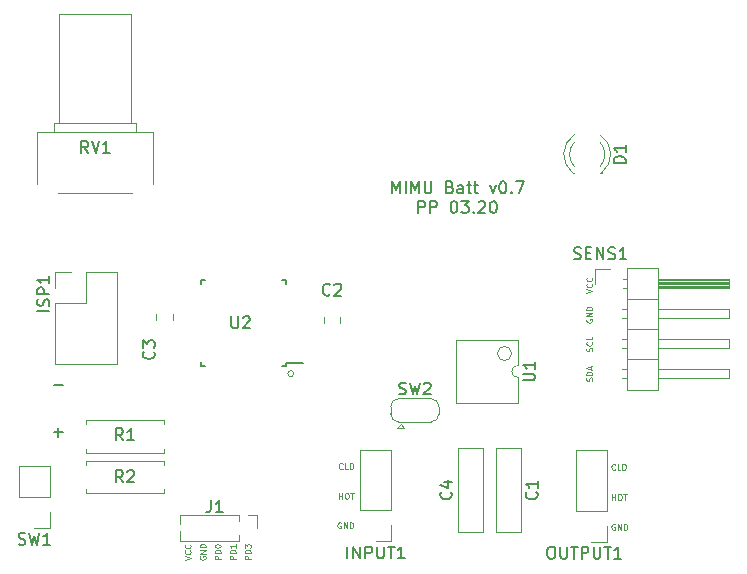
<source format=gbr>
G04 #@! TF.GenerationSoftware,KiCad,Pcbnew,(5.1.5)-3*
G04 #@! TF.CreationDate,2020-03-27T21:05:19+01:00*
G04 #@! TF.ProjectId,mimu_batt,6d696d75-5f62-4617-9474-2e6b69636164,rev?*
G04 #@! TF.SameCoordinates,Original*
G04 #@! TF.FileFunction,Legend,Top*
G04 #@! TF.FilePolarity,Positive*
%FSLAX46Y46*%
G04 Gerber Fmt 4.6, Leading zero omitted, Abs format (unit mm)*
G04 Created by KiCad (PCBNEW (5.1.5)-3) date 2020-03-27 21:05:19*
%MOMM*%
%LPD*%
G04 APERTURE LIST*
%ADD10C,0.100000*%
%ADD11C,0.120000*%
%ADD12C,0.150000*%
G04 APERTURE END LIST*
D10*
X185900190Y-126603047D02*
X185400190Y-126603047D01*
X185400190Y-126412571D01*
X185424000Y-126364952D01*
X185447809Y-126341142D01*
X185495428Y-126317333D01*
X185566857Y-126317333D01*
X185614476Y-126341142D01*
X185638285Y-126364952D01*
X185662095Y-126412571D01*
X185662095Y-126603047D01*
X185900190Y-126103047D02*
X185400190Y-126103047D01*
X185400190Y-125984000D01*
X185424000Y-125912571D01*
X185471619Y-125864952D01*
X185519238Y-125841142D01*
X185614476Y-125817333D01*
X185685904Y-125817333D01*
X185781142Y-125841142D01*
X185828761Y-125864952D01*
X185876380Y-125912571D01*
X185900190Y-125984000D01*
X185900190Y-126103047D01*
X185400190Y-125650666D02*
X185400190Y-125341142D01*
X185590666Y-125507809D01*
X185590666Y-125436380D01*
X185614476Y-125388761D01*
X185638285Y-125364952D01*
X185685904Y-125341142D01*
X185804952Y-125341142D01*
X185852571Y-125364952D01*
X185876380Y-125388761D01*
X185900190Y-125436380D01*
X185900190Y-125579238D01*
X185876380Y-125626857D01*
X185852571Y-125650666D01*
X184630190Y-126603047D02*
X184130190Y-126603047D01*
X184130190Y-126412571D01*
X184154000Y-126364952D01*
X184177809Y-126341142D01*
X184225428Y-126317333D01*
X184296857Y-126317333D01*
X184344476Y-126341142D01*
X184368285Y-126364952D01*
X184392095Y-126412571D01*
X184392095Y-126603047D01*
X184630190Y-126103047D02*
X184130190Y-126103047D01*
X184130190Y-125984000D01*
X184154000Y-125912571D01*
X184201619Y-125864952D01*
X184249238Y-125841142D01*
X184344476Y-125817333D01*
X184415904Y-125817333D01*
X184511142Y-125841142D01*
X184558761Y-125864952D01*
X184606380Y-125912571D01*
X184630190Y-125984000D01*
X184630190Y-126103047D01*
X184630190Y-125341142D02*
X184630190Y-125626857D01*
X184630190Y-125484000D02*
X184130190Y-125484000D01*
X184201619Y-125531619D01*
X184249238Y-125579238D01*
X184273047Y-125626857D01*
X183360190Y-126603047D02*
X182860190Y-126603047D01*
X182860190Y-126412571D01*
X182884000Y-126364952D01*
X182907809Y-126341142D01*
X182955428Y-126317333D01*
X183026857Y-126317333D01*
X183074476Y-126341142D01*
X183098285Y-126364952D01*
X183122095Y-126412571D01*
X183122095Y-126603047D01*
X183360190Y-126103047D02*
X182860190Y-126103047D01*
X182860190Y-125984000D01*
X182884000Y-125912571D01*
X182931619Y-125864952D01*
X182979238Y-125841142D01*
X183074476Y-125817333D01*
X183145904Y-125817333D01*
X183241142Y-125841142D01*
X183288761Y-125864952D01*
X183336380Y-125912571D01*
X183360190Y-125984000D01*
X183360190Y-126103047D01*
X182860190Y-125507809D02*
X182860190Y-125460190D01*
X182884000Y-125412571D01*
X182907809Y-125388761D01*
X182955428Y-125364952D01*
X183050666Y-125341142D01*
X183169714Y-125341142D01*
X183264952Y-125364952D01*
X183312571Y-125388761D01*
X183336380Y-125412571D01*
X183360190Y-125460190D01*
X183360190Y-125507809D01*
X183336380Y-125555428D01*
X183312571Y-125579238D01*
X183264952Y-125603047D01*
X183169714Y-125626857D01*
X183050666Y-125626857D01*
X182955428Y-125603047D01*
X182907809Y-125579238D01*
X182884000Y-125555428D01*
X182860190Y-125507809D01*
X180320190Y-126650666D02*
X180820190Y-126484000D01*
X180320190Y-126317333D01*
X180772571Y-125864952D02*
X180796380Y-125888761D01*
X180820190Y-125960190D01*
X180820190Y-126007809D01*
X180796380Y-126079238D01*
X180748761Y-126126857D01*
X180701142Y-126150666D01*
X180605904Y-126174476D01*
X180534476Y-126174476D01*
X180439238Y-126150666D01*
X180391619Y-126126857D01*
X180344000Y-126079238D01*
X180320190Y-126007809D01*
X180320190Y-125960190D01*
X180344000Y-125888761D01*
X180367809Y-125864952D01*
X180772571Y-125364952D02*
X180796380Y-125388761D01*
X180820190Y-125460190D01*
X180820190Y-125507809D01*
X180796380Y-125579238D01*
X180748761Y-125626857D01*
X180701142Y-125650666D01*
X180605904Y-125674476D01*
X180534476Y-125674476D01*
X180439238Y-125650666D01*
X180391619Y-125626857D01*
X180344000Y-125579238D01*
X180320190Y-125507809D01*
X180320190Y-125460190D01*
X180344000Y-125388761D01*
X180367809Y-125364952D01*
X181614000Y-126364952D02*
X181590190Y-126412571D01*
X181590190Y-126484000D01*
X181614000Y-126555428D01*
X181661619Y-126603047D01*
X181709238Y-126626857D01*
X181804476Y-126650666D01*
X181875904Y-126650666D01*
X181971142Y-126626857D01*
X182018761Y-126603047D01*
X182066380Y-126555428D01*
X182090190Y-126484000D01*
X182090190Y-126436380D01*
X182066380Y-126364952D01*
X182042571Y-126341142D01*
X181875904Y-126341142D01*
X181875904Y-126436380D01*
X182090190Y-126126857D02*
X181590190Y-126126857D01*
X182090190Y-125841142D01*
X181590190Y-125841142D01*
X182090190Y-125603047D02*
X181590190Y-125603047D01*
X181590190Y-125484000D01*
X181614000Y-125412571D01*
X181661619Y-125364952D01*
X181709238Y-125341142D01*
X181804476Y-125317333D01*
X181875904Y-125317333D01*
X181971142Y-125341142D01*
X182018761Y-125364952D01*
X182066380Y-125412571D01*
X182090190Y-125484000D01*
X182090190Y-125603047D01*
D11*
X189554000Y-110900000D02*
G75*
G03X189554000Y-110900000I-254000J0D01*
G01*
D10*
X193542142Y-123500000D02*
X193494523Y-123476190D01*
X193423095Y-123476190D01*
X193351666Y-123500000D01*
X193304047Y-123547619D01*
X193280238Y-123595238D01*
X193256428Y-123690476D01*
X193256428Y-123761904D01*
X193280238Y-123857142D01*
X193304047Y-123904761D01*
X193351666Y-123952380D01*
X193423095Y-123976190D01*
X193470714Y-123976190D01*
X193542142Y-123952380D01*
X193565952Y-123928571D01*
X193565952Y-123761904D01*
X193470714Y-123761904D01*
X193780238Y-123976190D02*
X193780238Y-123476190D01*
X194065952Y-123976190D01*
X194065952Y-123476190D01*
X194304047Y-123976190D02*
X194304047Y-123476190D01*
X194423095Y-123476190D01*
X194494523Y-123500000D01*
X194542142Y-123547619D01*
X194565952Y-123595238D01*
X194589761Y-123690476D01*
X194589761Y-123761904D01*
X194565952Y-123857142D01*
X194542142Y-123904761D01*
X194494523Y-123952380D01*
X194423095Y-123976190D01*
X194304047Y-123976190D01*
X193685000Y-118928571D02*
X193661190Y-118952380D01*
X193589761Y-118976190D01*
X193542142Y-118976190D01*
X193470714Y-118952380D01*
X193423095Y-118904761D01*
X193399285Y-118857142D01*
X193375476Y-118761904D01*
X193375476Y-118690476D01*
X193399285Y-118595238D01*
X193423095Y-118547619D01*
X193470714Y-118500000D01*
X193542142Y-118476190D01*
X193589761Y-118476190D01*
X193661190Y-118500000D01*
X193685000Y-118523809D01*
X194137380Y-118976190D02*
X193899285Y-118976190D01*
X193899285Y-118476190D01*
X194304047Y-118976190D02*
X194304047Y-118476190D01*
X194423095Y-118476190D01*
X194494523Y-118500000D01*
X194542142Y-118547619D01*
X194565952Y-118595238D01*
X194589761Y-118690476D01*
X194589761Y-118761904D01*
X194565952Y-118857142D01*
X194542142Y-118904761D01*
X194494523Y-118952380D01*
X194423095Y-118976190D01*
X194304047Y-118976190D01*
X193375476Y-121476190D02*
X193375476Y-120976190D01*
X193375476Y-121214285D02*
X193661190Y-121214285D01*
X193661190Y-121476190D02*
X193661190Y-120976190D01*
X193994523Y-120976190D02*
X194089761Y-120976190D01*
X194137380Y-121000000D01*
X194185000Y-121047619D01*
X194208809Y-121142857D01*
X194208809Y-121309523D01*
X194185000Y-121404761D01*
X194137380Y-121452380D01*
X194089761Y-121476190D01*
X193994523Y-121476190D01*
X193946904Y-121452380D01*
X193899285Y-121404761D01*
X193875476Y-121309523D01*
X193875476Y-121142857D01*
X193899285Y-121047619D01*
X193946904Y-121000000D01*
X193994523Y-120976190D01*
X194351666Y-120976190D02*
X194637380Y-120976190D01*
X194494523Y-121476190D02*
X194494523Y-120976190D01*
D12*
X169219047Y-111871428D02*
X169980952Y-111871428D01*
X169219047Y-115871428D02*
X169980952Y-115871428D01*
X169600000Y-116252380D02*
X169600000Y-115490476D01*
D10*
X216762761Y-118996571D02*
X216738952Y-119020380D01*
X216667523Y-119044190D01*
X216619904Y-119044190D01*
X216548476Y-119020380D01*
X216500857Y-118972761D01*
X216477047Y-118925142D01*
X216453238Y-118829904D01*
X216453238Y-118758476D01*
X216477047Y-118663238D01*
X216500857Y-118615619D01*
X216548476Y-118568000D01*
X216619904Y-118544190D01*
X216667523Y-118544190D01*
X216738952Y-118568000D01*
X216762761Y-118591809D01*
X217215142Y-119044190D02*
X216977047Y-119044190D01*
X216977047Y-118544190D01*
X217381809Y-119044190D02*
X217381809Y-118544190D01*
X217500857Y-118544190D01*
X217572285Y-118568000D01*
X217619904Y-118615619D01*
X217643714Y-118663238D01*
X217667523Y-118758476D01*
X217667523Y-118829904D01*
X217643714Y-118925142D01*
X217619904Y-118972761D01*
X217572285Y-119020380D01*
X217500857Y-119044190D01*
X217381809Y-119044190D01*
X216477047Y-121584190D02*
X216477047Y-121084190D01*
X216477047Y-121322285D02*
X216762761Y-121322285D01*
X216762761Y-121584190D02*
X216762761Y-121084190D01*
X217096095Y-121084190D02*
X217191333Y-121084190D01*
X217238952Y-121108000D01*
X217286571Y-121155619D01*
X217310380Y-121250857D01*
X217310380Y-121417523D01*
X217286571Y-121512761D01*
X217238952Y-121560380D01*
X217191333Y-121584190D01*
X217096095Y-121584190D01*
X217048476Y-121560380D01*
X217000857Y-121512761D01*
X216977047Y-121417523D01*
X216977047Y-121250857D01*
X217000857Y-121155619D01*
X217048476Y-121108000D01*
X217096095Y-121084190D01*
X217453238Y-121084190D02*
X217738952Y-121084190D01*
X217596095Y-121584190D02*
X217596095Y-121084190D01*
X216738952Y-123648000D02*
X216691333Y-123624190D01*
X216619904Y-123624190D01*
X216548476Y-123648000D01*
X216500857Y-123695619D01*
X216477047Y-123743238D01*
X216453238Y-123838476D01*
X216453238Y-123909904D01*
X216477047Y-124005142D01*
X216500857Y-124052761D01*
X216548476Y-124100380D01*
X216619904Y-124124190D01*
X216667523Y-124124190D01*
X216738952Y-124100380D01*
X216762761Y-124076571D01*
X216762761Y-123909904D01*
X216667523Y-123909904D01*
X216977047Y-124124190D02*
X216977047Y-123624190D01*
X217262761Y-124124190D01*
X217262761Y-123624190D01*
X217500857Y-124124190D02*
X217500857Y-123624190D01*
X217619904Y-123624190D01*
X217691333Y-123648000D01*
X217738952Y-123695619D01*
X217762761Y-123743238D01*
X217786571Y-123838476D01*
X217786571Y-123909904D01*
X217762761Y-124005142D01*
X217738952Y-124052761D01*
X217691333Y-124100380D01*
X217619904Y-124124190D01*
X217500857Y-124124190D01*
X214802380Y-111507142D02*
X214826190Y-111435714D01*
X214826190Y-111316666D01*
X214802380Y-111269047D01*
X214778571Y-111245238D01*
X214730952Y-111221428D01*
X214683333Y-111221428D01*
X214635714Y-111245238D01*
X214611904Y-111269047D01*
X214588095Y-111316666D01*
X214564285Y-111411904D01*
X214540476Y-111459523D01*
X214516666Y-111483333D01*
X214469047Y-111507142D01*
X214421428Y-111507142D01*
X214373809Y-111483333D01*
X214350000Y-111459523D01*
X214326190Y-111411904D01*
X214326190Y-111292857D01*
X214350000Y-111221428D01*
X214826190Y-111007142D02*
X214326190Y-111007142D01*
X214326190Y-110888095D01*
X214350000Y-110816666D01*
X214397619Y-110769047D01*
X214445238Y-110745238D01*
X214540476Y-110721428D01*
X214611904Y-110721428D01*
X214707142Y-110745238D01*
X214754761Y-110769047D01*
X214802380Y-110816666D01*
X214826190Y-110888095D01*
X214826190Y-111007142D01*
X214683333Y-110530952D02*
X214683333Y-110292857D01*
X214826190Y-110578571D02*
X214326190Y-110411904D01*
X214826190Y-110245238D01*
X214802380Y-108995238D02*
X214826190Y-108923809D01*
X214826190Y-108804761D01*
X214802380Y-108757142D01*
X214778571Y-108733333D01*
X214730952Y-108709523D01*
X214683333Y-108709523D01*
X214635714Y-108733333D01*
X214611904Y-108757142D01*
X214588095Y-108804761D01*
X214564285Y-108900000D01*
X214540476Y-108947619D01*
X214516666Y-108971428D01*
X214469047Y-108995238D01*
X214421428Y-108995238D01*
X214373809Y-108971428D01*
X214350000Y-108947619D01*
X214326190Y-108900000D01*
X214326190Y-108780952D01*
X214350000Y-108709523D01*
X214778571Y-108209523D02*
X214802380Y-108233333D01*
X214826190Y-108304761D01*
X214826190Y-108352380D01*
X214802380Y-108423809D01*
X214754761Y-108471428D01*
X214707142Y-108495238D01*
X214611904Y-108519047D01*
X214540476Y-108519047D01*
X214445238Y-108495238D01*
X214397619Y-108471428D01*
X214350000Y-108423809D01*
X214326190Y-108352380D01*
X214326190Y-108304761D01*
X214350000Y-108233333D01*
X214373809Y-108209523D01*
X214826190Y-107757142D02*
X214826190Y-107995238D01*
X214326190Y-107995238D01*
X214350000Y-106280952D02*
X214326190Y-106328571D01*
X214326190Y-106400000D01*
X214350000Y-106471428D01*
X214397619Y-106519047D01*
X214445238Y-106542857D01*
X214540476Y-106566666D01*
X214611904Y-106566666D01*
X214707142Y-106542857D01*
X214754761Y-106519047D01*
X214802380Y-106471428D01*
X214826190Y-106400000D01*
X214826190Y-106352380D01*
X214802380Y-106280952D01*
X214778571Y-106257142D01*
X214611904Y-106257142D01*
X214611904Y-106352380D01*
X214826190Y-106042857D02*
X214326190Y-106042857D01*
X214826190Y-105757142D01*
X214326190Y-105757142D01*
X214826190Y-105519047D02*
X214326190Y-105519047D01*
X214326190Y-105400000D01*
X214350000Y-105328571D01*
X214397619Y-105280952D01*
X214445238Y-105257142D01*
X214540476Y-105233333D01*
X214611904Y-105233333D01*
X214707142Y-105257142D01*
X214754761Y-105280952D01*
X214802380Y-105328571D01*
X214826190Y-105400000D01*
X214826190Y-105519047D01*
X214326190Y-104066666D02*
X214826190Y-103900000D01*
X214326190Y-103733333D01*
X214778571Y-103280952D02*
X214802380Y-103304761D01*
X214826190Y-103376190D01*
X214826190Y-103423809D01*
X214802380Y-103495238D01*
X214754761Y-103542857D01*
X214707142Y-103566666D01*
X214611904Y-103590476D01*
X214540476Y-103590476D01*
X214445238Y-103566666D01*
X214397619Y-103542857D01*
X214350000Y-103495238D01*
X214326190Y-103423809D01*
X214326190Y-103376190D01*
X214350000Y-103304761D01*
X214373809Y-103280952D01*
X214778571Y-102780952D02*
X214802380Y-102804761D01*
X214826190Y-102876190D01*
X214826190Y-102923809D01*
X214802380Y-102995238D01*
X214754761Y-103042857D01*
X214707142Y-103066666D01*
X214611904Y-103090476D01*
X214540476Y-103090476D01*
X214445238Y-103066666D01*
X214397619Y-103042857D01*
X214350000Y-102995238D01*
X214326190Y-102923809D01*
X214326190Y-102876190D01*
X214350000Y-102804761D01*
X214373809Y-102780952D01*
D12*
X197876190Y-95627380D02*
X197876190Y-94627380D01*
X198209523Y-95341666D01*
X198542857Y-94627380D01*
X198542857Y-95627380D01*
X199019047Y-95627380D02*
X199019047Y-94627380D01*
X199495238Y-95627380D02*
X199495238Y-94627380D01*
X199828571Y-95341666D01*
X200161904Y-94627380D01*
X200161904Y-95627380D01*
X200638095Y-94627380D02*
X200638095Y-95436904D01*
X200685714Y-95532142D01*
X200733333Y-95579761D01*
X200828571Y-95627380D01*
X201019047Y-95627380D01*
X201114285Y-95579761D01*
X201161904Y-95532142D01*
X201209523Y-95436904D01*
X201209523Y-94627380D01*
X202780952Y-95103571D02*
X202923809Y-95151190D01*
X202971428Y-95198809D01*
X203019047Y-95294047D01*
X203019047Y-95436904D01*
X202971428Y-95532142D01*
X202923809Y-95579761D01*
X202828571Y-95627380D01*
X202447619Y-95627380D01*
X202447619Y-94627380D01*
X202780952Y-94627380D01*
X202876190Y-94675000D01*
X202923809Y-94722619D01*
X202971428Y-94817857D01*
X202971428Y-94913095D01*
X202923809Y-95008333D01*
X202876190Y-95055952D01*
X202780952Y-95103571D01*
X202447619Y-95103571D01*
X203876190Y-95627380D02*
X203876190Y-95103571D01*
X203828571Y-95008333D01*
X203733333Y-94960714D01*
X203542857Y-94960714D01*
X203447619Y-95008333D01*
X203876190Y-95579761D02*
X203780952Y-95627380D01*
X203542857Y-95627380D01*
X203447619Y-95579761D01*
X203400000Y-95484523D01*
X203400000Y-95389285D01*
X203447619Y-95294047D01*
X203542857Y-95246428D01*
X203780952Y-95246428D01*
X203876190Y-95198809D01*
X204209523Y-94960714D02*
X204590476Y-94960714D01*
X204352380Y-94627380D02*
X204352380Y-95484523D01*
X204400000Y-95579761D01*
X204495238Y-95627380D01*
X204590476Y-95627380D01*
X204780952Y-94960714D02*
X205161904Y-94960714D01*
X204923809Y-94627380D02*
X204923809Y-95484523D01*
X204971428Y-95579761D01*
X205066666Y-95627380D01*
X205161904Y-95627380D01*
X206161904Y-94960714D02*
X206400000Y-95627380D01*
X206638095Y-94960714D01*
X207209523Y-94627380D02*
X207304761Y-94627380D01*
X207400000Y-94675000D01*
X207447619Y-94722619D01*
X207495238Y-94817857D01*
X207542857Y-95008333D01*
X207542857Y-95246428D01*
X207495238Y-95436904D01*
X207447619Y-95532142D01*
X207400000Y-95579761D01*
X207304761Y-95627380D01*
X207209523Y-95627380D01*
X207114285Y-95579761D01*
X207066666Y-95532142D01*
X207019047Y-95436904D01*
X206971428Y-95246428D01*
X206971428Y-95008333D01*
X207019047Y-94817857D01*
X207066666Y-94722619D01*
X207114285Y-94675000D01*
X207209523Y-94627380D01*
X207971428Y-95532142D02*
X208019047Y-95579761D01*
X207971428Y-95627380D01*
X207923809Y-95579761D01*
X207971428Y-95532142D01*
X207971428Y-95627380D01*
X208352380Y-94627380D02*
X209019047Y-94627380D01*
X208590476Y-95627380D01*
X200114285Y-97277380D02*
X200114285Y-96277380D01*
X200495238Y-96277380D01*
X200590476Y-96325000D01*
X200638095Y-96372619D01*
X200685714Y-96467857D01*
X200685714Y-96610714D01*
X200638095Y-96705952D01*
X200590476Y-96753571D01*
X200495238Y-96801190D01*
X200114285Y-96801190D01*
X201114285Y-97277380D02*
X201114285Y-96277380D01*
X201495238Y-96277380D01*
X201590476Y-96325000D01*
X201638095Y-96372619D01*
X201685714Y-96467857D01*
X201685714Y-96610714D01*
X201638095Y-96705952D01*
X201590476Y-96753571D01*
X201495238Y-96801190D01*
X201114285Y-96801190D01*
X203066666Y-96277380D02*
X203161904Y-96277380D01*
X203257142Y-96325000D01*
X203304761Y-96372619D01*
X203352380Y-96467857D01*
X203400000Y-96658333D01*
X203400000Y-96896428D01*
X203352380Y-97086904D01*
X203304761Y-97182142D01*
X203257142Y-97229761D01*
X203161904Y-97277380D01*
X203066666Y-97277380D01*
X202971428Y-97229761D01*
X202923809Y-97182142D01*
X202876190Y-97086904D01*
X202828571Y-96896428D01*
X202828571Y-96658333D01*
X202876190Y-96467857D01*
X202923809Y-96372619D01*
X202971428Y-96325000D01*
X203066666Y-96277380D01*
X203733333Y-96277380D02*
X204352380Y-96277380D01*
X204019047Y-96658333D01*
X204161904Y-96658333D01*
X204257142Y-96705952D01*
X204304761Y-96753571D01*
X204352380Y-96848809D01*
X204352380Y-97086904D01*
X204304761Y-97182142D01*
X204257142Y-97229761D01*
X204161904Y-97277380D01*
X203876190Y-97277380D01*
X203780952Y-97229761D01*
X203733333Y-97182142D01*
X204780952Y-97182142D02*
X204828571Y-97229761D01*
X204780952Y-97277380D01*
X204733333Y-97229761D01*
X204780952Y-97182142D01*
X204780952Y-97277380D01*
X205209523Y-96372619D02*
X205257142Y-96325000D01*
X205352380Y-96277380D01*
X205590476Y-96277380D01*
X205685714Y-96325000D01*
X205733333Y-96372619D01*
X205780952Y-96467857D01*
X205780952Y-96563095D01*
X205733333Y-96705952D01*
X205161904Y-97277380D01*
X205780952Y-97277380D01*
X206400000Y-96277380D02*
X206495238Y-96277380D01*
X206590476Y-96325000D01*
X206638095Y-96372619D01*
X206685714Y-96467857D01*
X206733333Y-96658333D01*
X206733333Y-96896428D01*
X206685714Y-97086904D01*
X206638095Y-97182142D01*
X206590476Y-97229761D01*
X206495238Y-97277380D01*
X206400000Y-97277380D01*
X206304761Y-97229761D01*
X206257142Y-97182142D01*
X206209523Y-97086904D01*
X206161904Y-96896428D01*
X206161904Y-96658333D01*
X206209523Y-96467857D01*
X206257142Y-96372619D01*
X206304761Y-96325000D01*
X206400000Y-96277380D01*
D11*
X168930000Y-118730000D02*
X166270000Y-118730000D01*
X168930000Y-121330000D02*
X168930000Y-118730000D01*
X166270000Y-121330000D02*
X166270000Y-118730000D01*
X168930000Y-121330000D02*
X166270000Y-121330000D01*
X168930000Y-122600000D02*
X168930000Y-123930000D01*
X168930000Y-123930000D02*
X167600000Y-123930000D01*
X167840000Y-94805000D02*
X167840000Y-90440000D01*
X177660000Y-94805000D02*
X177660000Y-90440000D01*
X169625000Y-95560000D02*
X175875000Y-95560000D01*
X167840000Y-90440000D02*
X177660000Y-90440000D01*
X169290000Y-90440000D02*
X169290000Y-89640000D01*
X176210000Y-90440000D02*
X176210000Y-89640000D01*
X169290000Y-90440000D02*
X176210000Y-90440000D01*
X169290000Y-89640000D02*
X176210000Y-89640000D01*
X169690000Y-89640000D02*
X169690000Y-80440000D01*
X175810000Y-89640000D02*
X175810000Y-80440000D01*
X169690000Y-89640000D02*
X175810000Y-89640000D01*
X169690000Y-80440000D02*
X175810000Y-80440000D01*
X206690000Y-124310000D02*
X206690000Y-117190000D01*
X208810000Y-124310000D02*
X208810000Y-117190000D01*
X206690000Y-124310000D02*
X208810000Y-124310000D01*
X206690000Y-117190000D02*
X208810000Y-117190000D01*
X203440000Y-124310000D02*
X203440000Y-117190000D01*
X205560000Y-124310000D02*
X205560000Y-117190000D01*
X203440000Y-124310000D02*
X205560000Y-124310000D01*
X203440000Y-117190000D02*
X205560000Y-117190000D01*
X208000000Y-109200000D02*
G75*
G03X208000000Y-109200000I-600000J0D01*
G01*
X208530000Y-113360000D02*
X208530000Y-111220000D01*
X203330000Y-113360000D02*
X208530000Y-113360000D01*
X203330000Y-108060000D02*
X203330000Y-113360000D01*
X208530000Y-108060000D02*
X203330000Y-108060000D01*
X208530000Y-110200000D02*
X208530000Y-108060000D01*
X208530000Y-111220000D02*
G75*
G02X208530000Y-110200000I0J510000D01*
G01*
X215030000Y-102030000D02*
X216300000Y-102030000D01*
X215030000Y-103300000D02*
X215030000Y-102030000D01*
X217342929Y-111300000D02*
X217740000Y-111300000D01*
X217342929Y-110540000D02*
X217740000Y-110540000D01*
X226400000Y-111300000D02*
X220400000Y-111300000D01*
X226400000Y-110540000D02*
X226400000Y-111300000D01*
X220400000Y-110540000D02*
X226400000Y-110540000D01*
X217740000Y-109650000D02*
X220400000Y-109650000D01*
X217342929Y-108760000D02*
X217740000Y-108760000D01*
X217342929Y-108000000D02*
X217740000Y-108000000D01*
X226400000Y-108760000D02*
X220400000Y-108760000D01*
X226400000Y-108000000D02*
X226400000Y-108760000D01*
X220400000Y-108000000D02*
X226400000Y-108000000D01*
X217740000Y-107110000D02*
X220400000Y-107110000D01*
X217342929Y-106220000D02*
X217740000Y-106220000D01*
X217342929Y-105460000D02*
X217740000Y-105460000D01*
X226400000Y-106220000D02*
X220400000Y-106220000D01*
X226400000Y-105460000D02*
X226400000Y-106220000D01*
X220400000Y-105460000D02*
X226400000Y-105460000D01*
X217740000Y-104570000D02*
X220400000Y-104570000D01*
X217410000Y-103680000D02*
X217740000Y-103680000D01*
X217410000Y-102920000D02*
X217740000Y-102920000D01*
X220400000Y-103580000D02*
X226400000Y-103580000D01*
X220400000Y-103460000D02*
X226400000Y-103460000D01*
X220400000Y-103340000D02*
X226400000Y-103340000D01*
X220400000Y-103220000D02*
X226400000Y-103220000D01*
X220400000Y-103100000D02*
X226400000Y-103100000D01*
X220400000Y-102980000D02*
X226400000Y-102980000D01*
X226400000Y-103680000D02*
X220400000Y-103680000D01*
X226400000Y-102920000D02*
X226400000Y-103680000D01*
X220400000Y-102920000D02*
X226400000Y-102920000D01*
X220400000Y-101970000D02*
X217740000Y-101970000D01*
X220400000Y-112250000D02*
X220400000Y-101970000D01*
X217740000Y-112250000D02*
X220400000Y-112250000D01*
X217740000Y-101970000D02*
X217740000Y-112250000D01*
X197750000Y-113700000D02*
G75*
G02X198450000Y-113000000I700000J0D01*
G01*
X198450000Y-115000000D02*
G75*
G02X197750000Y-114300000I0J700000D01*
G01*
X201850000Y-114300000D02*
G75*
G02X201150000Y-115000000I-700000J0D01*
G01*
X201150000Y-113000000D02*
G75*
G02X201850000Y-113700000I0J-700000D01*
G01*
X198400000Y-113000000D02*
X201200000Y-113000000D01*
X201850000Y-113700000D02*
X201850000Y-114300000D01*
X201200000Y-115000000D02*
X198400000Y-115000000D01*
X197750000Y-114300000D02*
X197750000Y-113700000D01*
X198600000Y-115200000D02*
X198300000Y-115500000D01*
X198300000Y-115500000D02*
X198900000Y-115500000D01*
X198600000Y-115200000D02*
X198900000Y-115500000D01*
D12*
X188925000Y-110000000D02*
X190350000Y-110000000D01*
X181675000Y-110225000D02*
X182000000Y-110225000D01*
X181675000Y-102975000D02*
X182000000Y-102975000D01*
X188925000Y-102975000D02*
X188600000Y-102975000D01*
X188925000Y-110225000D02*
X188600000Y-110225000D01*
X188925000Y-102975000D02*
X188925000Y-103300000D01*
X181675000Y-102975000D02*
X181675000Y-103300000D01*
X181675000Y-110225000D02*
X181675000Y-109900000D01*
X188925000Y-110225000D02*
X188925000Y-110000000D01*
D11*
X179899000Y-122842000D02*
X179899000Y-123644470D01*
X179899000Y-124259530D02*
X179899000Y-125062000D01*
X184914000Y-122842000D02*
X179899000Y-122842000D01*
X184914000Y-125062000D02*
X179899000Y-125062000D01*
X184914000Y-122842000D02*
X184914000Y-123388529D01*
X184914000Y-124515471D02*
X184914000Y-125062000D01*
X185674000Y-122842000D02*
X186434000Y-122842000D01*
X186434000Y-122842000D02*
X186434000Y-123952000D01*
X177890000Y-105813748D02*
X177890000Y-106336252D01*
X179310000Y-105813748D02*
X179310000Y-106336252D01*
X193496000Y-106635252D02*
X193496000Y-106112748D01*
X192076000Y-106635252D02*
X192076000Y-106112748D01*
X169358000Y-102302000D02*
X170688000Y-102302000D01*
X169358000Y-103632000D02*
X169358000Y-102302000D01*
X171958000Y-102302000D02*
X174558000Y-102302000D01*
X171958000Y-104902000D02*
X171958000Y-102302000D01*
X169358000Y-104902000D02*
X171958000Y-104902000D01*
X174558000Y-102302000D02*
X174558000Y-110042000D01*
X169358000Y-104902000D02*
X169358000Y-110042000D01*
X169358000Y-110042000D02*
X174558000Y-110042000D01*
X216080000Y-125130000D02*
X214750000Y-125130000D01*
X216080000Y-123800000D02*
X216080000Y-125130000D01*
X216080000Y-122530000D02*
X213420000Y-122530000D01*
X213420000Y-122530000D02*
X213420000Y-117390000D01*
X216080000Y-122530000D02*
X216080000Y-117390000D01*
X216080000Y-117390000D02*
X213420000Y-117390000D01*
X197830000Y-117340000D02*
X195170000Y-117340000D01*
X197830000Y-122480000D02*
X197830000Y-117340000D01*
X195170000Y-122480000D02*
X195170000Y-117340000D01*
X197830000Y-122480000D02*
X195170000Y-122480000D01*
X197830000Y-123750000D02*
X197830000Y-125080000D01*
X197830000Y-125080000D02*
X196500000Y-125080000D01*
X215480000Y-93890000D02*
X215636000Y-93890000D01*
X213164000Y-93890000D02*
X213320000Y-93890000D01*
X215479837Y-91288870D02*
G75*
G02X215480000Y-93370961I-1079837J-1041130D01*
G01*
X213320163Y-91288870D02*
G75*
G03X213320000Y-93370961I1079837J-1041130D01*
G01*
X215478608Y-90657665D02*
G75*
G02X215635516Y-93890000I-1078608J-1672335D01*
G01*
X213321392Y-90657665D02*
G75*
G03X213164484Y-93890000I1078608J-1672335D01*
G01*
X178530000Y-121004000D02*
X178530000Y-120674000D01*
X171990000Y-121004000D02*
X178530000Y-121004000D01*
X171990000Y-120674000D02*
X171990000Y-121004000D01*
X178530000Y-118264000D02*
X178530000Y-118594000D01*
X171990000Y-118264000D02*
X178530000Y-118264000D01*
X171990000Y-118594000D02*
X171990000Y-118264000D01*
X178530000Y-117575000D02*
X178530000Y-117245000D01*
X171990000Y-117575000D02*
X178530000Y-117575000D01*
X171990000Y-117245000D02*
X171990000Y-117575000D01*
X178530000Y-114835000D02*
X178530000Y-115165000D01*
X171990000Y-114835000D02*
X178530000Y-114835000D01*
X171990000Y-115165000D02*
X171990000Y-114835000D01*
D12*
X166266666Y-125334761D02*
X166409523Y-125382380D01*
X166647619Y-125382380D01*
X166742857Y-125334761D01*
X166790476Y-125287142D01*
X166838095Y-125191904D01*
X166838095Y-125096666D01*
X166790476Y-125001428D01*
X166742857Y-124953809D01*
X166647619Y-124906190D01*
X166457142Y-124858571D01*
X166361904Y-124810952D01*
X166314285Y-124763333D01*
X166266666Y-124668095D01*
X166266666Y-124572857D01*
X166314285Y-124477619D01*
X166361904Y-124430000D01*
X166457142Y-124382380D01*
X166695238Y-124382380D01*
X166838095Y-124430000D01*
X167171428Y-124382380D02*
X167409523Y-125382380D01*
X167600000Y-124668095D01*
X167790476Y-125382380D01*
X168028571Y-124382380D01*
X168933333Y-125382380D02*
X168361904Y-125382380D01*
X168647619Y-125382380D02*
X168647619Y-124382380D01*
X168552380Y-124525238D01*
X168457142Y-124620476D01*
X168361904Y-124668095D01*
X172154761Y-92202380D02*
X171821428Y-91726190D01*
X171583333Y-92202380D02*
X171583333Y-91202380D01*
X171964285Y-91202380D01*
X172059523Y-91250000D01*
X172107142Y-91297619D01*
X172154761Y-91392857D01*
X172154761Y-91535714D01*
X172107142Y-91630952D01*
X172059523Y-91678571D01*
X171964285Y-91726190D01*
X171583333Y-91726190D01*
X172440476Y-91202380D02*
X172773809Y-92202380D01*
X173107142Y-91202380D01*
X173964285Y-92202380D02*
X173392857Y-92202380D01*
X173678571Y-92202380D02*
X173678571Y-91202380D01*
X173583333Y-91345238D01*
X173488095Y-91440476D01*
X173392857Y-91488095D01*
X210107142Y-120916666D02*
X210154761Y-120964285D01*
X210202380Y-121107142D01*
X210202380Y-121202380D01*
X210154761Y-121345238D01*
X210059523Y-121440476D01*
X209964285Y-121488095D01*
X209773809Y-121535714D01*
X209630952Y-121535714D01*
X209440476Y-121488095D01*
X209345238Y-121440476D01*
X209250000Y-121345238D01*
X209202380Y-121202380D01*
X209202380Y-121107142D01*
X209250000Y-120964285D01*
X209297619Y-120916666D01*
X210202380Y-119964285D02*
X210202380Y-120535714D01*
X210202380Y-120250000D02*
X209202380Y-120250000D01*
X209345238Y-120345238D01*
X209440476Y-120440476D01*
X209488095Y-120535714D01*
X202857142Y-120916666D02*
X202904761Y-120964285D01*
X202952380Y-121107142D01*
X202952380Y-121202380D01*
X202904761Y-121345238D01*
X202809523Y-121440476D01*
X202714285Y-121488095D01*
X202523809Y-121535714D01*
X202380952Y-121535714D01*
X202190476Y-121488095D01*
X202095238Y-121440476D01*
X202000000Y-121345238D01*
X201952380Y-121202380D01*
X201952380Y-121107142D01*
X202000000Y-120964285D01*
X202047619Y-120916666D01*
X202285714Y-120059523D02*
X202952380Y-120059523D01*
X201904761Y-120297619D02*
X202619047Y-120535714D01*
X202619047Y-119916666D01*
X208982380Y-111471904D02*
X209791904Y-111471904D01*
X209887142Y-111424285D01*
X209934761Y-111376666D01*
X209982380Y-111281428D01*
X209982380Y-111090952D01*
X209934761Y-110995714D01*
X209887142Y-110948095D01*
X209791904Y-110900476D01*
X208982380Y-110900476D01*
X209982380Y-109900476D02*
X209982380Y-110471904D01*
X209982380Y-110186190D02*
X208982380Y-110186190D01*
X209125238Y-110281428D01*
X209220476Y-110376666D01*
X209268095Y-110471904D01*
X213285714Y-101154761D02*
X213428571Y-101202380D01*
X213666666Y-101202380D01*
X213761904Y-101154761D01*
X213809523Y-101107142D01*
X213857142Y-101011904D01*
X213857142Y-100916666D01*
X213809523Y-100821428D01*
X213761904Y-100773809D01*
X213666666Y-100726190D01*
X213476190Y-100678571D01*
X213380952Y-100630952D01*
X213333333Y-100583333D01*
X213285714Y-100488095D01*
X213285714Y-100392857D01*
X213333333Y-100297619D01*
X213380952Y-100250000D01*
X213476190Y-100202380D01*
X213714285Y-100202380D01*
X213857142Y-100250000D01*
X214285714Y-100678571D02*
X214619047Y-100678571D01*
X214761904Y-101202380D02*
X214285714Y-101202380D01*
X214285714Y-100202380D01*
X214761904Y-100202380D01*
X215190476Y-101202380D02*
X215190476Y-100202380D01*
X215761904Y-101202380D01*
X215761904Y-100202380D01*
X216190476Y-101154761D02*
X216333333Y-101202380D01*
X216571428Y-101202380D01*
X216666666Y-101154761D01*
X216714285Y-101107142D01*
X216761904Y-101011904D01*
X216761904Y-100916666D01*
X216714285Y-100821428D01*
X216666666Y-100773809D01*
X216571428Y-100726190D01*
X216380952Y-100678571D01*
X216285714Y-100630952D01*
X216238095Y-100583333D01*
X216190476Y-100488095D01*
X216190476Y-100392857D01*
X216238095Y-100297619D01*
X216285714Y-100250000D01*
X216380952Y-100202380D01*
X216619047Y-100202380D01*
X216761904Y-100250000D01*
X217714285Y-101202380D02*
X217142857Y-101202380D01*
X217428571Y-101202380D02*
X217428571Y-100202380D01*
X217333333Y-100345238D01*
X217238095Y-100440476D01*
X217142857Y-100488095D01*
X198466666Y-112604761D02*
X198609523Y-112652380D01*
X198847619Y-112652380D01*
X198942857Y-112604761D01*
X198990476Y-112557142D01*
X199038095Y-112461904D01*
X199038095Y-112366666D01*
X198990476Y-112271428D01*
X198942857Y-112223809D01*
X198847619Y-112176190D01*
X198657142Y-112128571D01*
X198561904Y-112080952D01*
X198514285Y-112033333D01*
X198466666Y-111938095D01*
X198466666Y-111842857D01*
X198514285Y-111747619D01*
X198561904Y-111700000D01*
X198657142Y-111652380D01*
X198895238Y-111652380D01*
X199038095Y-111700000D01*
X199371428Y-111652380D02*
X199609523Y-112652380D01*
X199800000Y-111938095D01*
X199990476Y-112652380D01*
X200228571Y-111652380D01*
X200561904Y-111747619D02*
X200609523Y-111700000D01*
X200704761Y-111652380D01*
X200942857Y-111652380D01*
X201038095Y-111700000D01*
X201085714Y-111747619D01*
X201133333Y-111842857D01*
X201133333Y-111938095D01*
X201085714Y-112080952D01*
X200514285Y-112652380D01*
X201133333Y-112652380D01*
X184284095Y-106052380D02*
X184284095Y-106861904D01*
X184331714Y-106957142D01*
X184379333Y-107004761D01*
X184474571Y-107052380D01*
X184665047Y-107052380D01*
X184760285Y-107004761D01*
X184807904Y-106957142D01*
X184855523Y-106861904D01*
X184855523Y-106052380D01*
X185284095Y-106147619D02*
X185331714Y-106100000D01*
X185426952Y-106052380D01*
X185665047Y-106052380D01*
X185760285Y-106100000D01*
X185807904Y-106147619D01*
X185855523Y-106242857D01*
X185855523Y-106338095D01*
X185807904Y-106480952D01*
X185236476Y-107052380D01*
X185855523Y-107052380D01*
X182546666Y-121626380D02*
X182546666Y-122340666D01*
X182499047Y-122483523D01*
X182403809Y-122578761D01*
X182260952Y-122626380D01*
X182165714Y-122626380D01*
X183546666Y-122626380D02*
X182975238Y-122626380D01*
X183260952Y-122626380D02*
X183260952Y-121626380D01*
X183165714Y-121769238D01*
X183070476Y-121864476D01*
X182975238Y-121912095D01*
X177687142Y-109035666D02*
X177734761Y-109083285D01*
X177782380Y-109226142D01*
X177782380Y-109321380D01*
X177734761Y-109464238D01*
X177639523Y-109559476D01*
X177544285Y-109607095D01*
X177353809Y-109654714D01*
X177210952Y-109654714D01*
X177020476Y-109607095D01*
X176925238Y-109559476D01*
X176830000Y-109464238D01*
X176782380Y-109321380D01*
X176782380Y-109226142D01*
X176830000Y-109083285D01*
X176877619Y-109035666D01*
X176782380Y-108702333D02*
X176782380Y-108083285D01*
X177163333Y-108416619D01*
X177163333Y-108273761D01*
X177210952Y-108178523D01*
X177258571Y-108130904D01*
X177353809Y-108083285D01*
X177591904Y-108083285D01*
X177687142Y-108130904D01*
X177734761Y-108178523D01*
X177782380Y-108273761D01*
X177782380Y-108559476D01*
X177734761Y-108654714D01*
X177687142Y-108702333D01*
X192619333Y-104191142D02*
X192571714Y-104238761D01*
X192428857Y-104286380D01*
X192333619Y-104286380D01*
X192190761Y-104238761D01*
X192095523Y-104143523D01*
X192047904Y-104048285D01*
X192000285Y-103857809D01*
X192000285Y-103714952D01*
X192047904Y-103524476D01*
X192095523Y-103429238D01*
X192190761Y-103334000D01*
X192333619Y-103286380D01*
X192428857Y-103286380D01*
X192571714Y-103334000D01*
X192619333Y-103381619D01*
X193000285Y-103381619D02*
X193047904Y-103334000D01*
X193143142Y-103286380D01*
X193381238Y-103286380D01*
X193476476Y-103334000D01*
X193524095Y-103381619D01*
X193571714Y-103476857D01*
X193571714Y-103572095D01*
X193524095Y-103714952D01*
X192952666Y-104286380D01*
X193571714Y-104286380D01*
X168854380Y-105592380D02*
X167854380Y-105592380D01*
X168806761Y-105163809D02*
X168854380Y-105020952D01*
X168854380Y-104782857D01*
X168806761Y-104687619D01*
X168759142Y-104640000D01*
X168663904Y-104592380D01*
X168568666Y-104592380D01*
X168473428Y-104640000D01*
X168425809Y-104687619D01*
X168378190Y-104782857D01*
X168330571Y-104973333D01*
X168282952Y-105068571D01*
X168235333Y-105116190D01*
X168140095Y-105163809D01*
X168044857Y-105163809D01*
X167949619Y-105116190D01*
X167902000Y-105068571D01*
X167854380Y-104973333D01*
X167854380Y-104735238D01*
X167902000Y-104592380D01*
X168854380Y-104163809D02*
X167854380Y-104163809D01*
X167854380Y-103782857D01*
X167902000Y-103687619D01*
X167949619Y-103640000D01*
X168044857Y-103592380D01*
X168187714Y-103592380D01*
X168282952Y-103640000D01*
X168330571Y-103687619D01*
X168378190Y-103782857D01*
X168378190Y-104163809D01*
X168854380Y-102640000D02*
X168854380Y-103211428D01*
X168854380Y-102925714D02*
X167854380Y-102925714D01*
X167997238Y-103020952D01*
X168092476Y-103116190D01*
X168140095Y-103211428D01*
X211269047Y-125552380D02*
X211459523Y-125552380D01*
X211554761Y-125600000D01*
X211650000Y-125695238D01*
X211697619Y-125885714D01*
X211697619Y-126219047D01*
X211650000Y-126409523D01*
X211554761Y-126504761D01*
X211459523Y-126552380D01*
X211269047Y-126552380D01*
X211173809Y-126504761D01*
X211078571Y-126409523D01*
X211030952Y-126219047D01*
X211030952Y-125885714D01*
X211078571Y-125695238D01*
X211173809Y-125600000D01*
X211269047Y-125552380D01*
X212126190Y-125552380D02*
X212126190Y-126361904D01*
X212173809Y-126457142D01*
X212221428Y-126504761D01*
X212316666Y-126552380D01*
X212507142Y-126552380D01*
X212602380Y-126504761D01*
X212650000Y-126457142D01*
X212697619Y-126361904D01*
X212697619Y-125552380D01*
X213030952Y-125552380D02*
X213602380Y-125552380D01*
X213316666Y-126552380D02*
X213316666Y-125552380D01*
X213935714Y-126552380D02*
X213935714Y-125552380D01*
X214316666Y-125552380D01*
X214411904Y-125600000D01*
X214459523Y-125647619D01*
X214507142Y-125742857D01*
X214507142Y-125885714D01*
X214459523Y-125980952D01*
X214411904Y-126028571D01*
X214316666Y-126076190D01*
X213935714Y-126076190D01*
X214935714Y-125552380D02*
X214935714Y-126361904D01*
X214983333Y-126457142D01*
X215030952Y-126504761D01*
X215126190Y-126552380D01*
X215316666Y-126552380D01*
X215411904Y-126504761D01*
X215459523Y-126457142D01*
X215507142Y-126361904D01*
X215507142Y-125552380D01*
X215840476Y-125552380D02*
X216411904Y-125552380D01*
X216126190Y-126552380D02*
X216126190Y-125552380D01*
X217269047Y-126552380D02*
X216697619Y-126552380D01*
X216983333Y-126552380D02*
X216983333Y-125552380D01*
X216888095Y-125695238D01*
X216792857Y-125790476D01*
X216697619Y-125838095D01*
X194095238Y-126532380D02*
X194095238Y-125532380D01*
X194571428Y-126532380D02*
X194571428Y-125532380D01*
X195142857Y-126532380D01*
X195142857Y-125532380D01*
X195619047Y-126532380D02*
X195619047Y-125532380D01*
X196000000Y-125532380D01*
X196095238Y-125580000D01*
X196142857Y-125627619D01*
X196190476Y-125722857D01*
X196190476Y-125865714D01*
X196142857Y-125960952D01*
X196095238Y-126008571D01*
X196000000Y-126056190D01*
X195619047Y-126056190D01*
X196619047Y-125532380D02*
X196619047Y-126341904D01*
X196666666Y-126437142D01*
X196714285Y-126484761D01*
X196809523Y-126532380D01*
X197000000Y-126532380D01*
X197095238Y-126484761D01*
X197142857Y-126437142D01*
X197190476Y-126341904D01*
X197190476Y-125532380D01*
X197523809Y-125532380D02*
X198095238Y-125532380D01*
X197809523Y-126532380D02*
X197809523Y-125532380D01*
X198952380Y-126532380D02*
X198380952Y-126532380D01*
X198666666Y-126532380D02*
X198666666Y-125532380D01*
X198571428Y-125675238D01*
X198476190Y-125770476D01*
X198380952Y-125818095D01*
X217646380Y-93068095D02*
X216646380Y-93068095D01*
X216646380Y-92830000D01*
X216694000Y-92687142D01*
X216789238Y-92591904D01*
X216884476Y-92544285D01*
X217074952Y-92496666D01*
X217217809Y-92496666D01*
X217408285Y-92544285D01*
X217503523Y-92591904D01*
X217598761Y-92687142D01*
X217646380Y-92830000D01*
X217646380Y-93068095D01*
X217646380Y-91544285D02*
X217646380Y-92115714D01*
X217646380Y-91830000D02*
X216646380Y-91830000D01*
X216789238Y-91925238D01*
X216884476Y-92020476D01*
X216932095Y-92115714D01*
X175093333Y-120086380D02*
X174760000Y-119610190D01*
X174521904Y-120086380D02*
X174521904Y-119086380D01*
X174902857Y-119086380D01*
X174998095Y-119134000D01*
X175045714Y-119181619D01*
X175093333Y-119276857D01*
X175093333Y-119419714D01*
X175045714Y-119514952D01*
X174998095Y-119562571D01*
X174902857Y-119610190D01*
X174521904Y-119610190D01*
X175474285Y-119181619D02*
X175521904Y-119134000D01*
X175617142Y-119086380D01*
X175855238Y-119086380D01*
X175950476Y-119134000D01*
X175998095Y-119181619D01*
X176045714Y-119276857D01*
X176045714Y-119372095D01*
X175998095Y-119514952D01*
X175426666Y-120086380D01*
X176045714Y-120086380D01*
X175093333Y-116530380D02*
X174760000Y-116054190D01*
X174521904Y-116530380D02*
X174521904Y-115530380D01*
X174902857Y-115530380D01*
X174998095Y-115578000D01*
X175045714Y-115625619D01*
X175093333Y-115720857D01*
X175093333Y-115863714D01*
X175045714Y-115958952D01*
X174998095Y-116006571D01*
X174902857Y-116054190D01*
X174521904Y-116054190D01*
X176045714Y-116530380D02*
X175474285Y-116530380D01*
X175760000Y-116530380D02*
X175760000Y-115530380D01*
X175664761Y-115673238D01*
X175569523Y-115768476D01*
X175474285Y-115816095D01*
M02*

</source>
